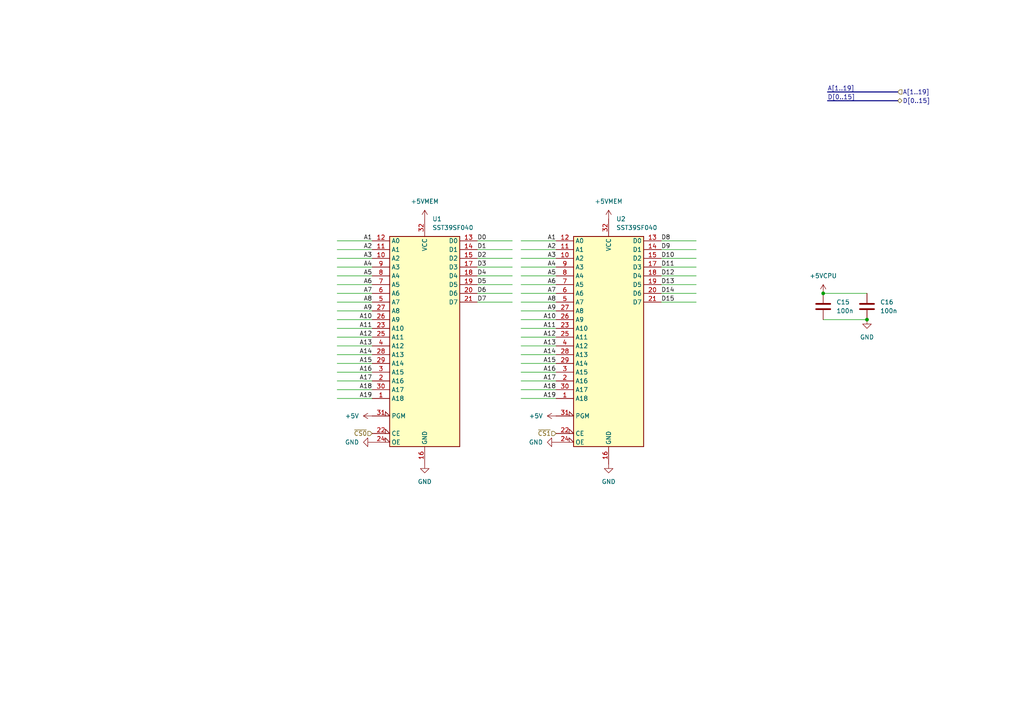
<source format=kicad_sch>
(kicad_sch (version 20230121) (generator eeschema)
  (paper "A4")
  (lib_symbols
    (symbol "Device:C" (pin_numbers hide) (pin_names (offset 0.254))
      (property "Reference" "C" (at 0.635 2.54 0))
      (property "Value" "C" (at 0.635 -2.54 0))
      (symbol "C_0_1"
        (polyline (pts (xy -2.032 -0.762) (xy 2.032 -0.762)) (stroke (width 0.508)))
        (polyline (pts (xy -2.032 0.762) (xy 2.032 0.762)) (stroke (width 0.508)))
      )
      (symbol "C_1_1"
        (pin passive line (at 0 3.81 270) (length 2.794) (name "~") (number "1"))
        (pin passive line (at 0 -3.81 90) (length 2.794) (name "~") (number "2"))
      )
    )
    (symbol "Memory_Flash:SST39SF040"
      (property "Reference" "U" (at 2.54 33.02 0))
      (property "Value" "SST39SF040" (at 0 -30.48 0))
      (symbol "SST39SF040_0_0"
        (pin power_in line (at 0 -34.29 90) (length 5.08) (name "GND") (number "16"))
        (pin power_in line (at 0 36.83 270) (length 5.08) (name "VCC") (number "32"))
      )
      (symbol "SST39SF040_0_1"
        (rectangle (start -10.16 31.75) (end 10.16 -29.21) (stroke (width 0.254)) (fill (type background)))
      )
      (symbol "SST39SF040_1_1"
        (pin input line (at -15.24 -15.24 0) (length 5.08) (name "A18") (number "1"))
        (pin input line (at -15.24 25.4 0) (length 5.08) (name "A2") (number "10"))
        (pin input line (at -15.24 27.94 0) (length 5.08) (name "A1") (number "11"))
        (pin input line (at -15.24 30.48 0) (length 5.08) (name "A0") (number "12"))
        (pin tri_state line (at 15.24 30.48 180) (length 5.08) (name "D0") (number "13"))
        (pin tri_state line (at 15.24 27.94 180) (length 5.08) (name "D1") (number "14"))
        (pin tri_state line (at 15.24 25.4 180) (length 5.08) (name "D2") (number "15"))
        (pin tri_state line (at 15.24 22.86 180) (length 5.08) (name "D3") (number "17"))
        (pin tri_state line (at 15.24 20.32 180) (length 5.08) (name "D4") (number "18"))
        (pin tri_state line (at 15.24 17.78 180) (length 5.08) (name "D5") (number "19"))
        (pin input line (at -15.24 -10.16 0) (length 5.08) (name "A16") (number "2"))
        (pin tri_state line (at 15.24 15.24 180) (length 5.08) (name "D6") (number "20"))
        (pin tri_state line (at 15.24 12.7 180) (length 5.08) (name "D7") (number "21"))
        (pin input input_low (at -15.24 -25.4 0) (length 5.08) (name "CE") (number "22"))
        (pin input line (at -15.24 5.08 0) (length 5.08) (name "A10") (number "23"))
        (pin input input_low (at -15.24 -27.94 0) (length 5.08) (name "OE") (number "24"))
        (pin input line (at -15.24 2.54 0) (length 5.08) (name "A11") (number "25"))
        (pin input line (at -15.24 7.62 0) (length 5.08) (name "A9") (number "26"))
        (pin input line (at -15.24 10.16 0) (length 5.08) (name "A8") (number "27"))
        (pin input line (at -15.24 -2.54 0) (length 5.08) (name "A13") (number "28"))
        (pin input line (at -15.24 -5.08 0) (length 5.08) (name "A14") (number "29"))
        (pin input line (at -15.24 -7.62 0) (length 5.08) (name "A15") (number "3"))
        (pin input line (at -15.24 -12.7 0) (length 5.08) (name "A17") (number "30"))
        (pin input input_low (at -15.24 -20.32 0) (length 5.08) (name "PGM") (number "31"))
        (pin input line (at -15.24 0 0) (length 5.08) (name "A12") (number "4"))
        (pin input line (at -15.24 12.7 0) (length 5.08) (name "A7") (number "5"))
        (pin input line (at -15.24 15.24 0) (length 5.08) (name "A6") (number "6"))
        (pin input line (at -15.24 17.78 0) (length 5.08) (name "A5") (number "7"))
        (pin input line (at -15.24 20.32 0) (length 5.08) (name "A4") (number "8"))
        (pin input line (at -15.24 22.86 0) (length 5.08) (name "A3") (number "9"))
      )
    )
    (symbol "m68k-hbc-pwr:+5VCPU" (power) (in_bom no) (on_board no)
      (property "Value" "+5VCPU" (at 0 3.81 0))
      (symbol "+5VCPU_0_1"
        (polyline (pts (xy -0.762 1.27) (xy 0 2.54)))
        (polyline (pts (xy 0 0) (xy 0 2.54)))
        (polyline (pts (xy 0 2.54) (xy 0.762 1.27)))
      )
      (symbol "+5VCPU_1_1"
        (pin power_in line (at 0 0 90) (length 0) hide (name "+5VCPU") (number "1"))
      )
    )
    (symbol "m68k-hbc-pwr:+5VMEM" (power) (in_bom no) (on_board no)
      (property "Value" "+5VMEM" (at 0 3.81 0))
      (symbol "+5VMEM_0_1"
        (polyline (pts (xy -0.762 1.27) (xy 0 2.54)))
        (polyline (pts (xy 0 0) (xy 0 2.54)))
        (polyline (pts (xy 0 2.54) (xy 0.762 1.27)))
      )
      (symbol "+5VMEM_1_1"
        (pin power_in line (at 0 0 90) (length 0) hide (name "+5VMEM") (number "1"))
      )
    )
    (symbol "power:+5V" (power) (pin_names (offset 0))
      (property "Value" "+5V" (at 0 3.556 0))
      (symbol "+5V_0_1"
        (polyline (pts (xy -0.762 1.27) (xy 0 2.54)))
        (polyline (pts (xy 0 0) (xy 0 2.54)))
        (polyline (pts (xy 0 2.54) (xy 0.762 1.27)))
      )
      (symbol "+5V_1_1"
        (pin power_in line (at 0 0 90) (length 0) hide (name "+5V") (number "1"))
      )
    )
    (symbol "power:GND" (power) (pin_names (offset 0))
      (property "Value" "GND" (at 0 -3.81 0))
      (symbol "GND_0_1"
        (polyline (pts (xy 0 0) (xy 0 -1.27) (xy 1.27 -1.27) (xy 0 -2.54) (xy -1.27 -1.27) (xy 0 -1.27)))
      )
      (symbol "GND_1_1"
        (pin power_in line (at 0 0 270) (length 0) hide (name "GND") (number "1"))
      )
    )
  )
  (junction (at 251.46 92.71))
  (junction (at 238.76 85.09))
  (wire (pts (xy 151.13 74.93) (xy 161.29 74.93)))
  (wire (pts (xy 151.13 115.57) (xy 161.29 115.57)))
  (wire (pts (xy 151.13 85.09) (xy 161.29 85.09)))
  (wire (pts (xy 97.79 74.93) (xy 107.95 74.93)))
  (wire (pts (xy 148.59 85.09) (xy 138.43 85.09)))
  (wire (pts (xy 148.59 77.47) (xy 138.43 77.47)))
  (wire (pts (xy 148.59 80.01) (xy 138.43 80.01)))
  (wire (pts (xy 97.79 85.09) (xy 107.95 85.09)))
  (wire (pts (xy 97.79 100.33) (xy 107.95 100.33)))
  (wire (pts (xy 97.79 92.71) (xy 107.95 92.71)))
  (wire (pts (xy 151.13 107.95) (xy 161.29 107.95)))
  (wire (pts (xy 151.13 77.47) (xy 161.29 77.47)))
  (wire (pts (xy 201.93 74.93) (xy 191.77 74.93)))
  (wire (pts (xy 97.79 87.63) (xy 107.95 87.63)))
  (wire (pts (xy 97.79 77.47) (xy 107.95 77.47)))
  (bus (pts (xy 240.03 29.21) (xy 260.35 29.21)))
  (wire (pts (xy 151.13 110.49) (xy 161.29 110.49)))
  (wire (pts (xy 97.79 107.95) (xy 107.95 107.95)))
  (wire (pts (xy 151.13 102.87) (xy 161.29 102.87)))
  (wire (pts (xy 151.13 82.55) (xy 161.29 82.55)))
  (wire (pts (xy 97.79 95.25) (xy 107.95 95.25)))
  (wire (pts (xy 151.13 72.39) (xy 161.29 72.39)))
  (wire (pts (xy 151.13 90.17) (xy 161.29 90.17)))
  (wire (pts (xy 148.59 74.93) (xy 138.43 74.93)))
  (wire (pts (xy 97.79 110.49) (xy 107.95 110.49)))
  (wire (pts (xy 97.79 80.01) (xy 107.95 80.01)))
  (wire (pts (xy 97.79 82.55) (xy 107.95 82.55)))
  (wire (pts (xy 151.13 69.85) (xy 161.29 69.85)))
  (wire (pts (xy 97.79 69.85) (xy 107.95 69.85)))
  (wire (pts (xy 151.13 113.03) (xy 161.29 113.03)))
  (wire (pts (xy 151.13 97.79) (xy 161.29 97.79)))
  (wire (pts (xy 97.79 102.87) (xy 107.95 102.87)))
  (wire (pts (xy 97.79 115.57) (xy 107.95 115.57)))
  (wire (pts (xy 151.13 100.33) (xy 161.29 100.33)))
  (wire (pts (xy 151.13 95.25) (xy 161.29 95.25)))
  (wire (pts (xy 97.79 72.39) (xy 107.95 72.39)))
  (wire (pts (xy 201.93 77.47) (xy 191.77 77.47)))
  (wire (pts (xy 151.13 80.01) (xy 161.29 80.01)))
  (wire (pts (xy 251.46 92.71) (xy 238.76 92.71)))
  (wire (pts (xy 97.79 90.17) (xy 107.95 90.17)))
  (wire (pts (xy 201.93 82.55) (xy 191.77 82.55)))
  (wire (pts (xy 201.93 87.63) (xy 191.77 87.63)))
  (wire (pts (xy 151.13 105.41) (xy 161.29 105.41)))
  (bus (pts (xy 240.03 26.67) (xy 260.35 26.67)))
  (wire (pts (xy 148.59 69.85) (xy 138.43 69.85)))
  (wire (pts (xy 148.59 87.63) (xy 138.43 87.63)))
  (wire (pts (xy 238.76 85.09) (xy 251.46 85.09)))
  (wire (pts (xy 97.79 105.41) (xy 107.95 105.41)))
  (wire (pts (xy 201.93 69.85) (xy 191.77 69.85)))
  (wire (pts (xy 148.59 72.39) (xy 138.43 72.39)))
  (wire (pts (xy 97.79 97.79) (xy 107.95 97.79)))
  (wire (pts (xy 151.13 92.71) (xy 161.29 92.71)))
  (wire (pts (xy 201.93 72.39) (xy 191.77 72.39)))
  (wire (pts (xy 201.93 80.01) (xy 191.77 80.01)))
  (wire (pts (xy 151.13 87.63) (xy 161.29 87.63)))
  (wire (pts (xy 201.93 85.09) (xy 191.77 85.09)))
  (wire (pts (xy 97.79 113.03) (xy 107.95 113.03)))
  (wire (pts (xy 148.59 82.55) (xy 138.43 82.55)))
  (label "A4" (at 107.95 77.47 180))
  (label "A3" (at 107.95 74.93 180))
  (label "A11" (at 161.29 95.25 180))
  (label "D9" (at 191.77 72.39 0))
  (label "D10" (at 191.77 74.93 0))
  (label "A14" (at 161.29 102.87 180))
  (label "A7" (at 107.95 85.09 180))
  (label "A[1..19]" (at 240.03 26.67 0))
  (label "A19" (at 107.95 115.57 180))
  (label "D12" (at 191.77 80.01 0))
  (label "A3" (at 161.29 74.93 180))
  (label "A16" (at 161.29 107.95 180))
  (label "A15" (at 161.29 105.41 180))
  (label "A4" (at 161.29 77.47 180))
  (label "A5" (at 161.29 80.01 180))
  (label "D14" (at 191.77 85.09 0))
  (label "D11" (at 191.77 77.47 0))
  (label "D15" (at 191.77 87.63 0))
  (label "D8" (at 191.77 69.85 0))
  (label "D2" (at 138.43 74.93 0))
  (label "A1" (at 161.29 69.85 180))
  (label "A5" (at 107.95 80.01 180))
  (label "A7" (at 161.29 85.09 180))
  (label "A11" (at 107.95 95.25 180))
  (label "A9" (at 161.29 90.17 180))
  (label "A10" (at 161.29 92.71 180))
  (label "A15" (at 107.95 105.41 180))
  (label "D[0..15]" (at 240.03 29.21 0))
  (label "A8" (at 107.95 87.63 180))
  (label "A13" (at 161.29 100.33 180))
  (label "A17" (at 161.29 110.49 180))
  (label "A9" (at 107.95 90.17 180))
  (label "A6" (at 161.29 82.55 180))
  (label "A2" (at 161.29 72.39 180))
  (label "A13" (at 107.95 100.33 180))
  (label "A18" (at 161.29 113.03 180))
  (label "D4" (at 138.43 80.01 0))
  (label "A12" (at 161.29 97.79 180))
  (label "A16" (at 107.95 107.95 180))
  (label "D1" (at 138.43 72.39 0))
  (label "A12" (at 107.95 97.79 180))
  (label "D13" (at 191.77 82.55 0))
  (label "D6" (at 138.43 85.09 0))
  (label "D3" (at 138.43 77.47 0))
  (label "A18" (at 107.95 113.03 180))
  (label "D5" (at 138.43 82.55 0))
  (label "A14" (at 107.95 102.87 180))
  (label "A6" (at 107.95 82.55 180))
  (label "A2" (at 107.95 72.39 180))
  (label "D0" (at 138.43 69.85 0))
  (label "D7" (at 138.43 87.63 0))
  (label "A10" (at 107.95 92.71 180))
  (label "A8" (at 161.29 87.63 180))
  (label "A1" (at 107.95 69.85 180))
  (label "A17" (at 107.95 110.49 180))
  (label "A19" (at 161.29 115.57 180))
  (hierarchical_label "~{CS0}" (shape input) (at 107.95 125.73 180))
  (hierarchical_label "A[1..19]" (shape input) (at 260.35 26.67 0))
  (hierarchical_label "D[0..15]" (shape bidirectional) (at 260.35 29.21 0))
  (hierarchical_label "~{CS1}" (shape input) (at 161.29 125.73 180))
  (symbol (lib_id "Memory_Flash:SST39SF040") (at 176.53 100.33 0) (unit 1)
    (property "Reference" "U2" (at 178.7241 63.5 0) (effects (justify left)))
    (property "Value" "SST39SF040" (at 178.7241 66.04 0) (effects (justify left)))
    (property "Footprint" "Package_DIP:DIP-32_W15.24mm_Socket" (effects hide))
    (property "Datasheet" "http://ww1.microchip.com/downloads/en/DeviceDoc/25022B.pdf" (effects hide))
  )
  (symbol (lib_id "power:GND") (at 251.46 92.71 0) (unit 1)
    (property "Reference" "#PWR018" (effects hide))
    (property "Value" "GND" (at 251.46 97.79 0))
  )
  (symbol (lib_id "power:GND") (at 176.53 134.62 0) (unit 1)
    (property "Reference" "#PWR024" (effects hide))
    (property "Value" "GND" (at 176.53 139.7 0))
  )
  (symbol (lib_id "Device:C") (at 238.76 88.9 0) (unit 1)
    (property "Reference" "C15" (at 242.57 87.63 0) (effects (justify left)))
    (property "Value" "100n" (at 242.57 90.17 0) (effects (justify left)))
    (property "Footprint" "Capacitor_THT:C_Disc_D6.0mm_W2.5mm_P5.00mm" (effects hide))
    (instances (project "m68k-hbc" (path "" (reference "C15") (unit 1)) (path "" (reference "C18") (unit 1))))
  )
  (symbol (lib_id "m68k-hbc-pwr:+5VMEM") (at 176.53 63.5 0) (unit 1) (in_bom no) (on_board no)
    (property "Reference" "#PWR016" (effects hide))
    (property "Value" "+5VMEM" (at 176.53 58.42 0))
  )
  (symbol (lib_id "power:GND") (at 161.29 128.27 270) (unit 1)
    (property "Reference" "#PWR022" (effects hide))
    (property "Value" "GND" (at 157.48 128.27 90) (effects (justify right)))
  )
  (symbol (lib_id "Memory_Flash:SST39SF040") (at 123.19 100.33 0) (unit 1)
    (property "Reference" "U1" (at 125.3841 63.5 0) (effects (justify left)))
    (property "Value" "SST39SF040" (at 125.3841 66.04 0) (effects (justify left)))
    (property "Footprint" "Package_DIP:DIP-32_W15.24mm_Socket" (effects hide))
    (property "Datasheet" "http://ww1.microchip.com/downloads/en/DeviceDoc/25022B.pdf" (effects hide))
  )
  (symbol (lib_id "m68k-hbc-pwr:+5VCPU") (at 238.76 85.09 0) (unit 1) (in_bom no) (on_board no)
    (property "Reference" "#PWR013" (effects hide))
    (property "Value" "+5VCPU" (at 238.76 80.01 0))
    (instances (project "m68k-hbc" (path "" (reference "#PWR013") (unit 1)) (path "" (reference "#PWR017") (unit 1))))
  )
  (symbol (lib_id "power:GND") (at 123.19 134.62 0) (unit 1)
    (property "Reference" "#PWR023" (effects hide))
    (property "Value" "GND" (at 123.19 139.7 0))
  )
  (symbol (lib_id "power:+5V") (at 161.29 120.65 90) (unit 1)
    (property "Reference" "#PWR020" (effects hide))
    (property "Value" "+5V" (at 157.48 120.65 90) (effects (justify left)))
  )
  (symbol (lib_id "power:GND") (at 107.95 128.27 270) (unit 1)
    (property "Reference" "#PWR021" (effects hide))
    (property "Value" "GND" (at 104.14 128.27 90) (effects (justify right)))
  )
  (symbol (lib_id "m68k-hbc-pwr:+5VMEM") (at 123.19 63.5 0) (unit 1) (in_bom no) (on_board no)
    (property "Reference" "#PWR015" (effects hide))
    (property "Value" "+5VMEM" (at 123.19 58.42 0))
  )
  (symbol (lib_id "power:+5V") (at 107.95 120.65 90) (unit 1)
    (property "Reference" "#PWR019" (effects hide))
    (property "Value" "+5V" (at 104.14 120.65 90) (effects (justify left)))
  )
  (symbol (lib_id "Device:C") (at 251.46 88.9 0) (unit 1)
    (property "Reference" "C16" (at 255.27 87.63 0) (effects (justify left)))
    (property "Value" "100n" (at 255.27 90.17 0) (effects (justify left)))
    (property "Footprint" "Capacitor_THT:C_Disc_D6.0mm_W2.5mm_P5.00mm" (effects hide))
    (instances (project "m68k-hbc" (path "" (reference "C16") (unit 1)) (path "" (reference "C19") (unit 1))))
  )
)
</source>
